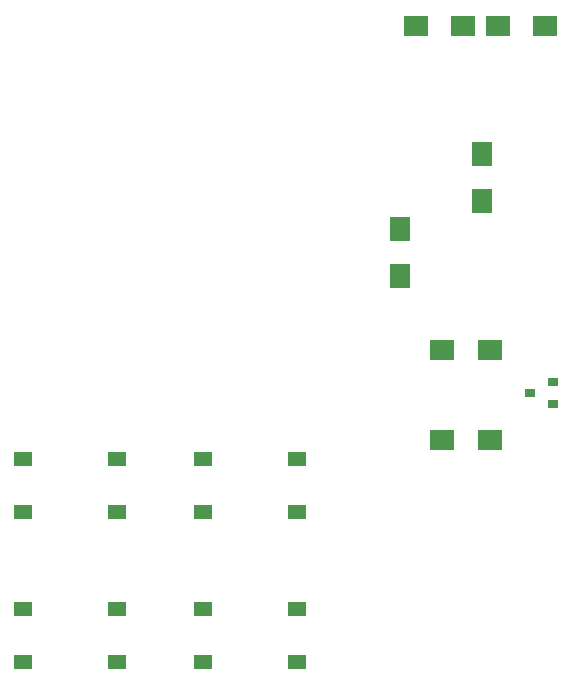
<source format=gbr>
G04 #@! TF.GenerationSoftware,KiCad,Pcbnew,(5.1.0)-1*
G04 #@! TF.CreationDate,2019-06-12T13:49:38+02:00*
G04 #@! TF.ProjectId,me-freeled,6d652d66-7265-4656-9c65-642e6b696361,rev?*
G04 #@! TF.SameCoordinates,Original*
G04 #@! TF.FileFunction,Paste,Top*
G04 #@! TF.FilePolarity,Positive*
%FSLAX46Y46*%
G04 Gerber Fmt 4.6, Leading zero omitted, Abs format (unit mm)*
G04 Created by KiCad (PCBNEW (5.1.0)-1) date 2019-06-12 13:49:38*
%MOMM*%
%LPD*%
G04 APERTURE LIST*
%ADD10R,1.550000X1.300000*%
%ADD11R,2.000000X1.700000*%
%ADD12R,0.900000X0.800000*%
%ADD13R,1.700000X2.000000*%
G04 APERTURE END LIST*
D10*
X35725000Y-98770000D03*
X27775000Y-98770000D03*
X35725000Y-94270000D03*
X27775000Y-94270000D03*
X43015000Y-94270000D03*
X50965000Y-94270000D03*
X43015000Y-98770000D03*
X50965000Y-98770000D03*
X50965000Y-111470000D03*
X43015000Y-111470000D03*
X50965000Y-106970000D03*
X43015000Y-106970000D03*
X27775000Y-106970000D03*
X35725000Y-106970000D03*
X27775000Y-111470000D03*
X35725000Y-111470000D03*
D11*
X67310000Y-92710000D03*
X63310000Y-92710000D03*
X67310000Y-85090000D03*
X63310000Y-85090000D03*
D12*
X70691500Y-88709500D03*
X72691500Y-87759500D03*
X72691500Y-89659500D03*
D13*
X59753500Y-74803500D03*
X59753500Y-78803500D03*
X66675000Y-68453000D03*
X66675000Y-72453000D03*
D11*
X65087000Y-57658000D03*
X61087000Y-57658000D03*
X72009000Y-57658000D03*
X68009000Y-57658000D03*
M02*

</source>
